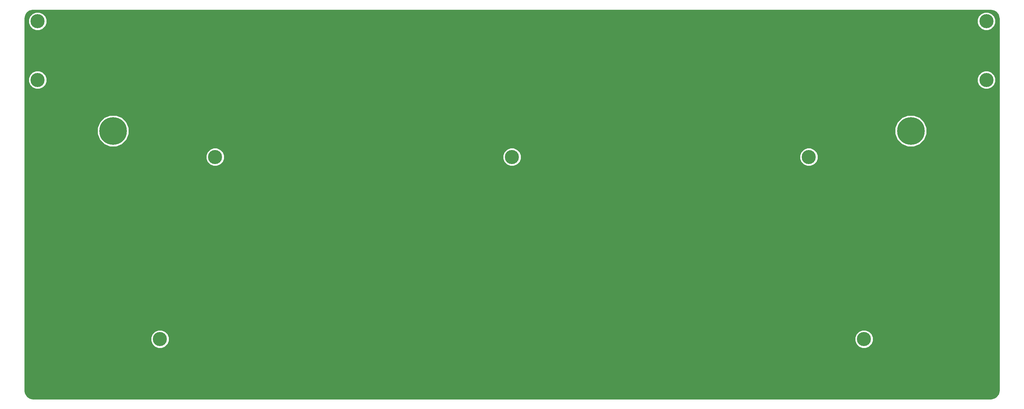
<source format=gbr>
G04 #@! TF.GenerationSoftware,KiCad,Pcbnew,(5.0.0)*
G04 #@! TF.CreationDate,2019-07-26T01:09:39-04:00*
G04 #@! TF.ProjectId,discipline-pcb,6469736369706C696E652D7063622E6B,rev?*
G04 #@! TF.SameCoordinates,Original*
G04 #@! TF.FileFunction,Copper,L1,Top,Signal*
G04 #@! TF.FilePolarity,Positive*
%FSLAX46Y46*%
G04 Gerber Fmt 4.6, Leading zero omitted, Abs format (unit mm)*
G04 Created by KiCad (PCBNEW (5.0.0)) date 07/26/19 01:09:39*
%MOMM*%
%LPD*%
G01*
G04 APERTURE LIST*
G04 #@! TA.AperFunction,ComponentPad*
%ADD10C,8.600000*%
G04 #@! TD*
G04 #@! TA.AperFunction,ComponentPad*
%ADD11C,4.400000*%
G04 #@! TD*
G04 #@! TA.AperFunction,Conductor*
%ADD12C,0.254000*%
G04 #@! TD*
G04 APERTURE END LIST*
D10*
G04 #@! TO.P,REF\002A\002A,1*
G04 #@! TO.N,N/C*
X337229903Y-91409552D03*
G04 #@! TD*
D11*
G04 #@! TO.P,H1,1*
G04 #@! TO.N,GND*
X212989879Y-162205740D03*
G04 #@! TD*
G04 #@! TO.P,REF\002A\002A,1*
G04 #@! TO.N,N/C*
X212989879Y-99550624D03*
G04 #@! TD*
G04 #@! TO.P,REF\002A\002A,1*
G04 #@! TO.N,N/C*
X305448502Y-99550624D03*
G04 #@! TD*
G04 #@! TO.P,REF\002A\002A,1*
G04 #@! TO.N,N/C*
X120531257Y-99550624D03*
G04 #@! TD*
G04 #@! TO.P,REF\002A\002A,1*
G04 #@! TO.N,N/C*
X322637337Y-156394590D03*
G04 #@! TD*
G04 #@! TO.P,REF\002A\002A,1*
G04 #@! TO.N,N/C*
X103342422Y-156394590D03*
G04 #@! TD*
G04 #@! TO.P,REF\002A\002A,1*
G04 #@! TO.N,N/C*
X360747255Y-75468873D03*
G04 #@! TD*
G04 #@! TO.P,REF\002A\002A,1*
G04 #@! TO.N,N/C*
X360747255Y-57147160D03*
G04 #@! TD*
G04 #@! TO.P,REF\002A\002A,1*
G04 #@! TO.N,N/C*
X65232504Y-57147160D03*
G04 #@! TD*
G04 #@! TO.P,REF\002A\002A,1*
G04 #@! TO.N,N/C*
X65232504Y-75468873D03*
G04 #@! TD*
D10*
G04 #@! TO.P,REF\002A\002A,1*
G04 #@! TO.N,N/C*
X88749856Y-91409552D03*
G04 #@! TD*
D12*
G04 #@! TO.N,GND*
G36*
X362686565Y-53717043D02*
X363217376Y-53895680D01*
X363697439Y-54184132D01*
X364104363Y-54568941D01*
X364419162Y-55032154D01*
X364627151Y-55552162D01*
X364723315Y-56133043D01*
X364726843Y-56259344D01*
X364726844Y-172404331D01*
X364662180Y-172999570D01*
X364483543Y-173530382D01*
X364195092Y-174010444D01*
X363810282Y-174417369D01*
X363347069Y-174732168D01*
X362827061Y-174940157D01*
X362246180Y-175036321D01*
X362119879Y-175039849D01*
X63891109Y-175039849D01*
X63295493Y-174975691D01*
X62764519Y-174797534D01*
X62284197Y-174509521D01*
X61876919Y-174125077D01*
X61561701Y-173662151D01*
X61353241Y-173142332D01*
X61256550Y-172561538D01*
X61252916Y-172435550D01*
X61252916Y-155830673D01*
X100507422Y-155830673D01*
X100507422Y-156958507D01*
X100939025Y-158000489D01*
X101736523Y-158797987D01*
X102778505Y-159229590D01*
X103906339Y-159229590D01*
X104948321Y-158797987D01*
X105745819Y-158000489D01*
X106177422Y-156958507D01*
X106177422Y-155830673D01*
X319802337Y-155830673D01*
X319802337Y-156958507D01*
X320233940Y-158000489D01*
X321031438Y-158797987D01*
X322073420Y-159229590D01*
X323201254Y-159229590D01*
X324243236Y-158797987D01*
X325040734Y-158000489D01*
X325472337Y-156958507D01*
X325472337Y-155830673D01*
X325040734Y-154788691D01*
X324243236Y-153991193D01*
X323201254Y-153559590D01*
X322073420Y-153559590D01*
X321031438Y-153991193D01*
X320233940Y-154788691D01*
X319802337Y-155830673D01*
X106177422Y-155830673D01*
X105745819Y-154788691D01*
X104948321Y-153991193D01*
X103906339Y-153559590D01*
X102778505Y-153559590D01*
X101736523Y-153991193D01*
X100939025Y-154788691D01*
X100507422Y-155830673D01*
X61252916Y-155830673D01*
X61252916Y-98986707D01*
X117696257Y-98986707D01*
X117696257Y-100114541D01*
X118127860Y-101156523D01*
X118925358Y-101954021D01*
X119967340Y-102385624D01*
X121095174Y-102385624D01*
X122137156Y-101954021D01*
X122934654Y-101156523D01*
X123366257Y-100114541D01*
X123366257Y-98986707D01*
X210154879Y-98986707D01*
X210154879Y-100114541D01*
X210586482Y-101156523D01*
X211383980Y-101954021D01*
X212425962Y-102385624D01*
X213553796Y-102385624D01*
X214595778Y-101954021D01*
X215393276Y-101156523D01*
X215824879Y-100114541D01*
X215824879Y-98986707D01*
X302613502Y-98986707D01*
X302613502Y-100114541D01*
X303045105Y-101156523D01*
X303842603Y-101954021D01*
X304884585Y-102385624D01*
X306012419Y-102385624D01*
X307054401Y-101954021D01*
X307851899Y-101156523D01*
X308283502Y-100114541D01*
X308283502Y-98986707D01*
X307851899Y-97944725D01*
X307054401Y-97147227D01*
X306012419Y-96715624D01*
X304884585Y-96715624D01*
X303842603Y-97147227D01*
X303045105Y-97944725D01*
X302613502Y-98986707D01*
X215824879Y-98986707D01*
X215393276Y-97944725D01*
X214595778Y-97147227D01*
X213553796Y-96715624D01*
X212425962Y-96715624D01*
X211383980Y-97147227D01*
X210586482Y-97944725D01*
X210154879Y-98986707D01*
X123366257Y-98986707D01*
X122934654Y-97944725D01*
X122137156Y-97147227D01*
X121095174Y-96715624D01*
X119967340Y-96715624D01*
X118925358Y-97147227D01*
X118127860Y-97944725D01*
X117696257Y-98986707D01*
X61252916Y-98986707D01*
X61252916Y-90427920D01*
X83814856Y-90427920D01*
X83814856Y-92391184D01*
X84566165Y-94205005D01*
X85954403Y-95593243D01*
X87768224Y-96344552D01*
X89731488Y-96344552D01*
X91545309Y-95593243D01*
X92933547Y-94205005D01*
X93684856Y-92391184D01*
X93684856Y-90427920D01*
X332294903Y-90427920D01*
X332294903Y-92391184D01*
X333046212Y-94205005D01*
X334434450Y-95593243D01*
X336248271Y-96344552D01*
X338211535Y-96344552D01*
X340025356Y-95593243D01*
X341413594Y-94205005D01*
X342164903Y-92391184D01*
X342164903Y-90427920D01*
X341413594Y-88614099D01*
X340025356Y-87225861D01*
X338211535Y-86474552D01*
X336248271Y-86474552D01*
X334434450Y-87225861D01*
X333046212Y-88614099D01*
X332294903Y-90427920D01*
X93684856Y-90427920D01*
X92933547Y-88614099D01*
X91545309Y-87225861D01*
X89731488Y-86474552D01*
X87768224Y-86474552D01*
X85954403Y-87225861D01*
X84566165Y-88614099D01*
X83814856Y-90427920D01*
X61252916Y-90427920D01*
X61252916Y-74904956D01*
X62397504Y-74904956D01*
X62397504Y-76032790D01*
X62829107Y-77074772D01*
X63626605Y-77872270D01*
X64668587Y-78303873D01*
X65796421Y-78303873D01*
X66838403Y-77872270D01*
X67635901Y-77074772D01*
X68067504Y-76032790D01*
X68067504Y-74904956D01*
X357912255Y-74904956D01*
X357912255Y-76032790D01*
X358343858Y-77074772D01*
X359141356Y-77872270D01*
X360183338Y-78303873D01*
X361311172Y-78303873D01*
X362353154Y-77872270D01*
X363150652Y-77074772D01*
X363582255Y-76032790D01*
X363582255Y-74904956D01*
X363150652Y-73862974D01*
X362353154Y-73065476D01*
X361311172Y-72633873D01*
X360183338Y-72633873D01*
X359141356Y-73065476D01*
X358343858Y-73862974D01*
X357912255Y-74904956D01*
X68067504Y-74904956D01*
X67635901Y-73862974D01*
X66838403Y-73065476D01*
X65796421Y-72633873D01*
X64668587Y-72633873D01*
X63626605Y-73065476D01*
X62829107Y-73862974D01*
X62397504Y-74904956D01*
X61252916Y-74904956D01*
X61252916Y-56583243D01*
X62397504Y-56583243D01*
X62397504Y-57711077D01*
X62829107Y-58753059D01*
X63626605Y-59550557D01*
X64668587Y-59982160D01*
X65796421Y-59982160D01*
X66838403Y-59550557D01*
X67635901Y-58753059D01*
X68067504Y-57711077D01*
X68067504Y-56583243D01*
X357912255Y-56583243D01*
X357912255Y-57711077D01*
X358343858Y-58753059D01*
X359141356Y-59550557D01*
X360183338Y-59982160D01*
X361311172Y-59982160D01*
X362353154Y-59550557D01*
X363150652Y-58753059D01*
X363582255Y-57711077D01*
X363582255Y-56583243D01*
X363150652Y-55541261D01*
X362353154Y-54743763D01*
X361311172Y-54312160D01*
X360183338Y-54312160D01*
X359141356Y-54743763D01*
X358343858Y-55541261D01*
X357912255Y-56583243D01*
X68067504Y-56583243D01*
X67635901Y-55541261D01*
X66838403Y-54743763D01*
X65796421Y-54312160D01*
X64668587Y-54312160D01*
X63626605Y-54743763D01*
X62829107Y-55541261D01*
X62397504Y-56583243D01*
X61252916Y-56583243D01*
X61252916Y-56287889D01*
X61317579Y-55692658D01*
X61496216Y-55161847D01*
X61784668Y-54681784D01*
X62169477Y-54274860D01*
X62632690Y-53960061D01*
X63152698Y-53752072D01*
X63733579Y-53655908D01*
X63859880Y-53652380D01*
X362091334Y-53652380D01*
X362686565Y-53717043D01*
X362686565Y-53717043D01*
G37*
X362686565Y-53717043D02*
X363217376Y-53895680D01*
X363697439Y-54184132D01*
X364104363Y-54568941D01*
X364419162Y-55032154D01*
X364627151Y-55552162D01*
X364723315Y-56133043D01*
X364726843Y-56259344D01*
X364726844Y-172404331D01*
X364662180Y-172999570D01*
X364483543Y-173530382D01*
X364195092Y-174010444D01*
X363810282Y-174417369D01*
X363347069Y-174732168D01*
X362827061Y-174940157D01*
X362246180Y-175036321D01*
X362119879Y-175039849D01*
X63891109Y-175039849D01*
X63295493Y-174975691D01*
X62764519Y-174797534D01*
X62284197Y-174509521D01*
X61876919Y-174125077D01*
X61561701Y-173662151D01*
X61353241Y-173142332D01*
X61256550Y-172561538D01*
X61252916Y-172435550D01*
X61252916Y-155830673D01*
X100507422Y-155830673D01*
X100507422Y-156958507D01*
X100939025Y-158000489D01*
X101736523Y-158797987D01*
X102778505Y-159229590D01*
X103906339Y-159229590D01*
X104948321Y-158797987D01*
X105745819Y-158000489D01*
X106177422Y-156958507D01*
X106177422Y-155830673D01*
X319802337Y-155830673D01*
X319802337Y-156958507D01*
X320233940Y-158000489D01*
X321031438Y-158797987D01*
X322073420Y-159229590D01*
X323201254Y-159229590D01*
X324243236Y-158797987D01*
X325040734Y-158000489D01*
X325472337Y-156958507D01*
X325472337Y-155830673D01*
X325040734Y-154788691D01*
X324243236Y-153991193D01*
X323201254Y-153559590D01*
X322073420Y-153559590D01*
X321031438Y-153991193D01*
X320233940Y-154788691D01*
X319802337Y-155830673D01*
X106177422Y-155830673D01*
X105745819Y-154788691D01*
X104948321Y-153991193D01*
X103906339Y-153559590D01*
X102778505Y-153559590D01*
X101736523Y-153991193D01*
X100939025Y-154788691D01*
X100507422Y-155830673D01*
X61252916Y-155830673D01*
X61252916Y-98986707D01*
X117696257Y-98986707D01*
X117696257Y-100114541D01*
X118127860Y-101156523D01*
X118925358Y-101954021D01*
X119967340Y-102385624D01*
X121095174Y-102385624D01*
X122137156Y-101954021D01*
X122934654Y-101156523D01*
X123366257Y-100114541D01*
X123366257Y-98986707D01*
X210154879Y-98986707D01*
X210154879Y-100114541D01*
X210586482Y-101156523D01*
X211383980Y-101954021D01*
X212425962Y-102385624D01*
X213553796Y-102385624D01*
X214595778Y-101954021D01*
X215393276Y-101156523D01*
X215824879Y-100114541D01*
X215824879Y-98986707D01*
X302613502Y-98986707D01*
X302613502Y-100114541D01*
X303045105Y-101156523D01*
X303842603Y-101954021D01*
X304884585Y-102385624D01*
X306012419Y-102385624D01*
X307054401Y-101954021D01*
X307851899Y-101156523D01*
X308283502Y-100114541D01*
X308283502Y-98986707D01*
X307851899Y-97944725D01*
X307054401Y-97147227D01*
X306012419Y-96715624D01*
X304884585Y-96715624D01*
X303842603Y-97147227D01*
X303045105Y-97944725D01*
X302613502Y-98986707D01*
X215824879Y-98986707D01*
X215393276Y-97944725D01*
X214595778Y-97147227D01*
X213553796Y-96715624D01*
X212425962Y-96715624D01*
X211383980Y-97147227D01*
X210586482Y-97944725D01*
X210154879Y-98986707D01*
X123366257Y-98986707D01*
X122934654Y-97944725D01*
X122137156Y-97147227D01*
X121095174Y-96715624D01*
X119967340Y-96715624D01*
X118925358Y-97147227D01*
X118127860Y-97944725D01*
X117696257Y-98986707D01*
X61252916Y-98986707D01*
X61252916Y-90427920D01*
X83814856Y-90427920D01*
X83814856Y-92391184D01*
X84566165Y-94205005D01*
X85954403Y-95593243D01*
X87768224Y-96344552D01*
X89731488Y-96344552D01*
X91545309Y-95593243D01*
X92933547Y-94205005D01*
X93684856Y-92391184D01*
X93684856Y-90427920D01*
X332294903Y-90427920D01*
X332294903Y-92391184D01*
X333046212Y-94205005D01*
X334434450Y-95593243D01*
X336248271Y-96344552D01*
X338211535Y-96344552D01*
X340025356Y-95593243D01*
X341413594Y-94205005D01*
X342164903Y-92391184D01*
X342164903Y-90427920D01*
X341413594Y-88614099D01*
X340025356Y-87225861D01*
X338211535Y-86474552D01*
X336248271Y-86474552D01*
X334434450Y-87225861D01*
X333046212Y-88614099D01*
X332294903Y-90427920D01*
X93684856Y-90427920D01*
X92933547Y-88614099D01*
X91545309Y-87225861D01*
X89731488Y-86474552D01*
X87768224Y-86474552D01*
X85954403Y-87225861D01*
X84566165Y-88614099D01*
X83814856Y-90427920D01*
X61252916Y-90427920D01*
X61252916Y-74904956D01*
X62397504Y-74904956D01*
X62397504Y-76032790D01*
X62829107Y-77074772D01*
X63626605Y-77872270D01*
X64668587Y-78303873D01*
X65796421Y-78303873D01*
X66838403Y-77872270D01*
X67635901Y-77074772D01*
X68067504Y-76032790D01*
X68067504Y-74904956D01*
X357912255Y-74904956D01*
X357912255Y-76032790D01*
X358343858Y-77074772D01*
X359141356Y-77872270D01*
X360183338Y-78303873D01*
X361311172Y-78303873D01*
X362353154Y-77872270D01*
X363150652Y-77074772D01*
X363582255Y-76032790D01*
X363582255Y-74904956D01*
X363150652Y-73862974D01*
X362353154Y-73065476D01*
X361311172Y-72633873D01*
X360183338Y-72633873D01*
X359141356Y-73065476D01*
X358343858Y-73862974D01*
X357912255Y-74904956D01*
X68067504Y-74904956D01*
X67635901Y-73862974D01*
X66838403Y-73065476D01*
X65796421Y-72633873D01*
X64668587Y-72633873D01*
X63626605Y-73065476D01*
X62829107Y-73862974D01*
X62397504Y-74904956D01*
X61252916Y-74904956D01*
X61252916Y-56583243D01*
X62397504Y-56583243D01*
X62397504Y-57711077D01*
X62829107Y-58753059D01*
X63626605Y-59550557D01*
X64668587Y-59982160D01*
X65796421Y-59982160D01*
X66838403Y-59550557D01*
X67635901Y-58753059D01*
X68067504Y-57711077D01*
X68067504Y-56583243D01*
X357912255Y-56583243D01*
X357912255Y-57711077D01*
X358343858Y-58753059D01*
X359141356Y-59550557D01*
X360183338Y-59982160D01*
X361311172Y-59982160D01*
X362353154Y-59550557D01*
X363150652Y-58753059D01*
X363582255Y-57711077D01*
X363582255Y-56583243D01*
X363150652Y-55541261D01*
X362353154Y-54743763D01*
X361311172Y-54312160D01*
X360183338Y-54312160D01*
X359141356Y-54743763D01*
X358343858Y-55541261D01*
X357912255Y-56583243D01*
X68067504Y-56583243D01*
X67635901Y-55541261D01*
X66838403Y-54743763D01*
X65796421Y-54312160D01*
X64668587Y-54312160D01*
X63626605Y-54743763D01*
X62829107Y-55541261D01*
X62397504Y-56583243D01*
X61252916Y-56583243D01*
X61252916Y-56287889D01*
X61317579Y-55692658D01*
X61496216Y-55161847D01*
X61784668Y-54681784D01*
X62169477Y-54274860D01*
X62632690Y-53960061D01*
X63152698Y-53752072D01*
X63733579Y-53655908D01*
X63859880Y-53652380D01*
X362091334Y-53652380D01*
X362686565Y-53717043D01*
G04 #@! TD*
M02*

</source>
